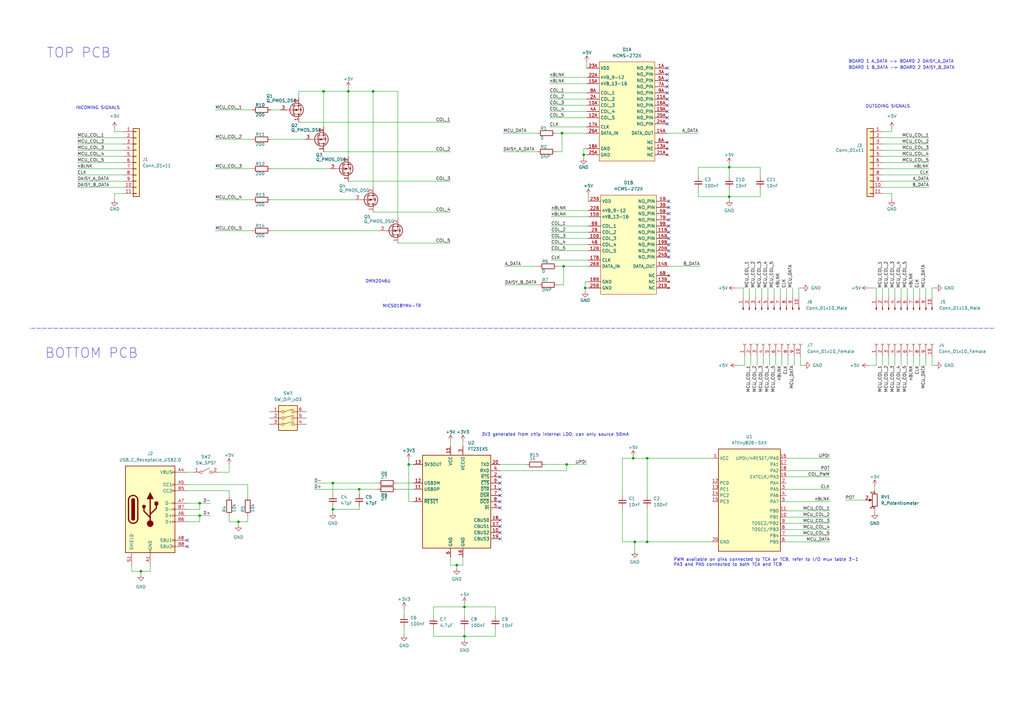
<source format=kicad_sch>
(kicad_sch (version 20211123) (generator eeschema)
  (paper "A3")
  (junction (at 265.43 187.96))
  (junction (at 260.35 222.25))
  (junction (at 231.14 109.22))
  (junction (at 147.32 200.66))
  (junction (at 57.785 234.315))
  (junction (at 259.715 187.96))
  (junction (at 232.41 190.5))
  (junction (at 240.03 118.11))
  (junction (at 190.5 260.985))
  (junction (at 299.085 80.645))
  (junction (at 187.325 231.775))
  (junction (at 132.715 37.465))
  (junction (at 136.525 208.915))
  (junction (at 167.64 190.5))
  (junction (at 81.915 211.455))
  (junction (at 230.505 54.61))
  (junction (at 299.085 68.58))
  (junction (at 265.43 222.25))
  (junction (at 153.035 37.465))
  (junction (at 97.79 213.995))
  (junction (at 142.875 37.465))
  (junction (at 239.395 63.5))
  (junction (at 190.5 248.92))
  (junction (at 136.525 198.12))
  (junction (at 81.915 206.375))
  (no_connect (at 205.105 198.12))
  (no_connect (at 205.105 213.36))
  (no_connect (at 205.105 195.58))
  (no_connect (at 205.105 203.2))
  (no_connect (at 205.105 208.28))
  (no_connect (at 273.685 33.02))
  (no_connect (at 273.685 48.26))
  (no_connect (at 273.685 35.56))
  (no_connect (at 274.32 102.87))
  (no_connect (at 274.32 105.41))
  (no_connect (at 274.32 100.33))
  (no_connect (at 274.32 95.25))
  (no_connect (at 274.32 82.55))
  (no_connect (at 274.32 92.71))
  (no_connect (at 274.32 87.63))
  (no_connect (at 274.32 85.09))
  (no_connect (at 274.32 97.79))
  (no_connect (at 274.32 90.17))
  (no_connect (at 273.685 45.72))
  (no_connect (at 273.685 27.94))
  (no_connect (at 273.685 38.1))
  (no_connect (at 273.685 43.18))
  (no_connect (at 205.105 220.98))
  (no_connect (at 205.105 200.66))
  (no_connect (at 273.685 40.64))
  (no_connect (at 273.685 30.48))
  (no_connect (at 76.835 224.155))
  (no_connect (at 76.835 221.615))
  (no_connect (at 205.105 205.74))
  (no_connect (at 273.685 50.8))
  (no_connect (at 205.105 215.9))
  (no_connect (at 205.105 218.44))
  (wire (pts (xy 46.99 53.975) (xy 46.99 52.705)))
  (wire (pts (xy 307.975 146.05) (xy 307.975 149.86)))
  (wire (pts (xy 57.785 234.315) (xy 61.595 234.315)))
  (wire (pts (xy 76.835 206.375) (xy 81.915 206.375)))
  (wire (pts (xy 274.32 109.22) (xy 287.02 109.22)))
  (wire (pts (xy 225.425 45.72) (xy 240.665 45.72)))
  (wire (pts (xy 163.195 99.695) (xy 184.785 99.695)))
  (wire (pts (xy 111.125 81.915) (xy 145.415 81.915)))
  (wire (pts (xy 322.58 222.25) (xy 340.36 222.25)))
  (wire (pts (xy 169.545 205.74) (xy 167.64 205.74)))
  (wire (pts (xy 381 66.675) (xy 361.95 66.675)))
  (wire (pts (xy 31.75 59.055) (xy 50.8 59.055)))
  (wire (pts (xy 46.99 79.375) (xy 50.8 79.375)))
  (wire (pts (xy 111.125 69.215) (xy 135.255 69.215)))
  (wire (pts (xy 136.525 208.915) (xy 136.525 210.185)))
  (wire (pts (xy 225.425 52.07) (xy 240.665 52.07)))
  (wire (pts (xy 228.6 109.22) (xy 231.14 109.22)))
  (wire (pts (xy 382.27 149.86) (xy 383.54 149.86)))
  (wire (pts (xy 177.8 260.985) (xy 190.5 260.985)))
  (wire (pts (xy 190.5 248.92) (xy 190.5 252.73)))
  (wire (pts (xy 383.54 118.11) (xy 382.27 118.11)))
  (wire (pts (xy 225.425 38.1) (xy 240.665 38.1)))
  (wire (pts (xy 255.27 187.96) (xy 255.27 203.2)))
  (wire (pts (xy 142.875 64.135) (xy 142.875 37.465)))
  (wire (pts (xy 322.58 219.71) (xy 340.36 219.71)))
  (wire (pts (xy 93.98 211.455) (xy 93.98 213.995)))
  (wire (pts (xy 142.875 37.465) (xy 153.035 37.465)))
  (wire (pts (xy 31.75 64.135) (xy 50.8 64.135)))
  (wire (pts (xy 382.27 118.11) (xy 382.27 121.92)))
  (wire (pts (xy 299.085 80.645) (xy 311.785 80.645)))
  (wire (pts (xy 132.715 37.465) (xy 132.715 52.07)))
  (wire (pts (xy 226.06 86.36) (xy 241.3 86.36)))
  (wire (pts (xy 265.43 222.25) (xy 292.1 222.25)))
  (wire (pts (xy 53.975 234.315) (xy 57.785 234.315)))
  (wire (pts (xy 184.785 228.6) (xy 184.785 231.775)))
  (wire (pts (xy 189.865 180.975) (xy 189.865 182.88)))
  (wire (pts (xy 305.435 149.86) (xy 302.26 149.86)))
  (wire (pts (xy 153.035 86.995) (xy 184.785 86.995)))
  (wire (pts (xy 374.65 121.92) (xy 374.65 118.11)))
  (wire (pts (xy 165.735 249.555) (xy 165.735 252.095)))
  (wire (pts (xy 228.6 116.84) (xy 231.14 116.84)))
  (wire (pts (xy 122.555 37.465) (xy 122.555 40.005)))
  (wire (pts (xy 230.505 54.61) (xy 240.665 54.61)))
  (wire (pts (xy 190.5 260.985) (xy 190.5 262.255)))
  (wire (pts (xy 31.75 61.595) (xy 50.8 61.595)))
  (wire (pts (xy 259.715 187.325) (xy 259.715 187.96)))
  (wire (pts (xy 361.95 146.05) (xy 361.95 149.86)))
  (wire (pts (xy 226.06 88.9) (xy 241.3 88.9)))
  (wire (pts (xy 177.8 257.81) (xy 177.8 260.985)))
  (wire (pts (xy 311.785 72.39) (xy 311.785 68.58)))
  (wire (pts (xy 128.905 200.66) (xy 147.32 200.66)))
  (wire (pts (xy 382.27 146.05) (xy 382.27 149.86)))
  (wire (pts (xy 111.125 45.085) (xy 114.935 45.085)))
  (wire (pts (xy 97.79 213.995) (xy 101.6 213.995)))
  (wire (pts (xy 322.58 121.92) (xy 322.58 118.11)))
  (wire (pts (xy 184.785 180.975) (xy 184.785 182.88)))
  (wire (pts (xy 207.01 116.84) (xy 220.98 116.84)))
  (wire (pts (xy 328.295 149.86) (xy 329.565 149.86)))
  (wire (pts (xy 359.41 121.92) (xy 359.41 118.11)))
  (wire (pts (xy 260.35 222.25) (xy 260.35 226.06)))
  (wire (pts (xy 314.96 121.92) (xy 314.96 118.11)))
  (wire (pts (xy 318.135 146.05) (xy 318.135 149.86)))
  (wire (pts (xy 81.915 206.375) (xy 86.36 206.375)))
  (wire (pts (xy 76.835 211.455) (xy 81.915 211.455)))
  (wire (pts (xy 240.03 118.11) (xy 240.03 119.38)))
  (wire (pts (xy 132.715 37.465) (xy 142.875 37.465)))
  (wire (pts (xy 230.505 62.23) (xy 230.505 54.61)))
  (wire (pts (xy 255.27 187.96) (xy 259.715 187.96)))
  (wire (pts (xy 299.085 68.58) (xy 286.385 68.58)))
  (wire (pts (xy 147.32 207.645) (xy 147.32 208.915)))
  (wire (pts (xy 147.32 200.66) (xy 154.94 200.66)))
  (wire (pts (xy 381 69.215) (xy 361.95 69.215)))
  (wire (pts (xy 88.265 69.215) (xy 103.505 69.215)))
  (wire (pts (xy 31.75 76.835) (xy 50.8 76.835)))
  (wire (pts (xy 369.57 146.05) (xy 369.57 149.86)))
  (wire (pts (xy 81.915 211.455) (xy 86.36 211.455)))
  (wire (pts (xy 81.915 211.455) (xy 81.915 213.995)))
  (wire (pts (xy 76.835 193.675) (xy 79.375 193.675)))
  (wire (pts (xy 207.01 109.22) (xy 220.98 109.22)))
  (wire (pts (xy 142.875 74.295) (xy 184.785 74.295)))
  (wire (pts (xy 304.8 121.92) (xy 304.8 118.11)))
  (wire (pts (xy 317.5 121.92) (xy 317.5 118.11)))
  (wire (pts (xy 299.085 77.47) (xy 299.085 80.645)))
  (wire (pts (xy 225.425 34.29) (xy 240.665 34.29)))
  (wire (pts (xy 111.125 94.615) (xy 155.575 94.615)))
  (wire (pts (xy 260.35 222.25) (xy 265.43 222.25)))
  (wire (pts (xy 322.58 195.58) (xy 340.36 195.58)))
  (wire (pts (xy 31.75 74.295) (xy 50.8 74.295)))
  (wire (pts (xy 53.975 231.775) (xy 53.975 234.315)))
  (wire (pts (xy 101.6 198.755) (xy 76.835 198.755)))
  (wire (pts (xy 312.42 121.92) (xy 312.42 118.11)))
  (wire (pts (xy 93.98 201.295) (xy 93.98 203.835)))
  (wire (pts (xy 88.265 45.085) (xy 103.505 45.085)))
  (wire (pts (xy 364.49 146.05) (xy 364.49 149.86)))
  (wire (pts (xy 162.56 198.12) (xy 169.545 198.12)))
  (wire (pts (xy 328.295 146.05) (xy 328.295 149.86)))
  (wire (pts (xy 190.5 257.81) (xy 190.5 260.985)))
  (wire (pts (xy 286.385 77.47) (xy 286.385 80.645)))
  (wire (pts (xy 325.755 146.05) (xy 325.755 149.86)))
  (wire (pts (xy 361.95 53.975) (xy 365.76 53.975)))
  (wire (pts (xy 304.8 118.11) (xy 301.625 118.11)))
  (wire (pts (xy 379.73 121.92) (xy 379.73 118.11)))
  (wire (pts (xy 231.14 109.22) (xy 241.3 109.22)))
  (wire (pts (xy 122.555 37.465) (xy 132.715 37.465)))
  (wire (pts (xy 369.57 121.92) (xy 369.57 118.11)))
  (wire (pts (xy 322.58 217.17) (xy 340.36 217.17)))
  (wire (pts (xy 88.265 57.15) (xy 103.505 57.15)))
  (wire (pts (xy 310.515 146.05) (xy 310.515 149.86)))
  (wire (pts (xy 231.14 116.84) (xy 231.14 109.22)))
  (wire (pts (xy 206.375 54.61) (xy 220.345 54.61)))
  (wire (pts (xy 379.73 146.05) (xy 379.73 149.86)))
  (wire (pts (xy 359.41 118.11) (xy 356.235 118.11)))
  (wire (pts (xy 320.04 121.92) (xy 320.04 118.11)))
  (wire (pts (xy 381 59.055) (xy 361.95 59.055)))
  (wire (pts (xy 88.265 94.615) (xy 103.505 94.615)))
  (wire (pts (xy 190.5 247.65) (xy 190.5 248.92)))
  (wire (pts (xy 372.11 146.05) (xy 372.11 149.86)))
  (wire (pts (xy 381 76.835) (xy 361.95 76.835)))
  (wire (pts (xy 313.055 146.05) (xy 313.055 149.86)))
  (wire (pts (xy 153.035 37.465) (xy 163.195 37.465)))
  (wire (pts (xy 225.425 40.64) (xy 240.665 40.64)))
  (wire (pts (xy 142.875 36.195) (xy 142.875 37.465)))
  (wire (pts (xy 205.105 190.5) (xy 215.9 190.5)))
  (wire (pts (xy 93.98 213.995) (xy 97.79 213.995)))
  (wire (pts (xy 169.545 190.5) (xy 167.64 190.5)))
  (wire (pts (xy 322.58 214.63) (xy 340.36 214.63)))
  (wire (pts (xy 223.52 190.5) (xy 232.41 190.5)))
  (wire (pts (xy 381 74.295) (xy 361.95 74.295)))
  (wire (pts (xy 226.06 106.68) (xy 241.3 106.68)))
  (wire (pts (xy 163.195 89.535) (xy 163.195 37.465)))
  (wire (pts (xy 101.6 213.995) (xy 101.6 211.455)))
  (wire (pts (xy 240.665 27.94) (xy 240.665 25.4)))
  (wire (pts (xy 167.64 188.595) (xy 167.64 190.5)))
  (wire (pts (xy 162.56 200.66) (xy 169.545 200.66)))
  (wire (pts (xy 97.79 213.995) (xy 97.79 215.265)))
  (wire (pts (xy 190.5 248.92) (xy 203.2 248.92)))
  (wire (pts (xy 381 61.595) (xy 361.95 61.595)))
  (wire (pts (xy 265.43 187.96) (xy 292.1 187.96)))
  (wire (pts (xy 381 64.135) (xy 361.95 64.135)))
  (wire (pts (xy 260.35 222.25) (xy 255.27 222.25)))
  (wire (pts (xy 227.965 54.61) (xy 230.505 54.61)))
  (wire (pts (xy 311.785 80.645) (xy 311.785 77.47)))
  (wire (pts (xy 136.525 198.12) (xy 154.94 198.12)))
  (wire (pts (xy 365.76 79.375) (xy 361.95 79.375)))
  (wire (pts (xy 299.085 80.645) (xy 299.085 81.915)))
  (wire (pts (xy 76.835 201.295) (xy 93.98 201.295)))
  (wire (pts (xy 320.675 146.05) (xy 320.675 149.86)))
  (wire (pts (xy 136.525 198.12) (xy 136.525 202.565)))
  (wire (pts (xy 226.06 92.71) (xy 241.3 92.71)))
  (wire (pts (xy 305.435 149.86) (xy 305.435 146.05)))
  (wire (pts (xy 358.775 208.915) (xy 358.775 210.185)))
  (wire (pts (xy 122.555 50.165) (xy 184.785 50.165)))
  (wire (pts (xy 225.425 31.75) (xy 240.665 31.75)))
  (wire (pts (xy 205.105 193.04) (xy 232.41 193.04)))
  (wire (pts (xy 315.595 146.05) (xy 315.595 149.86)))
  (wire (pts (xy 226.06 97.79) (xy 241.3 97.79)))
  (wire (pts (xy 226.06 95.25) (xy 241.3 95.25)))
  (wire (pts (xy 241.3 82.55) (xy 241.3 80.01)))
  (wire (pts (xy 147.32 200.66) (xy 147.32 202.565)))
  (wire (pts (xy 359.41 149.86) (xy 359.41 146.05)))
  (wire (pts (xy 377.19 146.05) (xy 377.19 149.86)))
  (wire (pts (xy 240.665 60.96) (xy 239.395 60.96)))
  (wire (pts (xy 203.2 260.985) (xy 203.2 257.81)))
  (wire (pts (xy 189.865 228.6) (xy 189.865 231.775)))
  (wire (pts (xy 322.58 205.74) (xy 340.36 205.74)))
  (wire (pts (xy 241.3 115.57) (xy 240.03 115.57)))
  (wire (pts (xy 322.58 187.96) (xy 340.36 187.96)))
  (wire (pts (xy 377.19 121.92) (xy 377.19 118.11)))
  (wire (pts (xy 240.665 63.5) (xy 239.395 63.5)))
  (wire (pts (xy 206.375 62.23) (xy 220.345 62.23)))
  (wire (pts (xy 76.835 213.995) (xy 81.915 213.995)))
  (wire (pts (xy 299.085 67.31) (xy 299.085 68.58)))
  (wire (pts (xy 365.76 81.915) (xy 365.76 79.375)))
  (wire (pts (xy 81.915 206.375) (xy 81.915 208.915)))
  (polyline (pts (xy 407.67 134.62) (xy 12.065 134.62)))
  (wire (pts (xy 239.395 63.5) (xy 239.395 64.77)))
  (wire (pts (xy 187.325 231.775) (xy 189.865 231.775)))
  (wire (pts (xy 255.27 208.28) (xy 255.27 222.25)))
  (wire (pts (xy 132.715 62.23) (xy 184.785 62.23)))
  (wire (pts (xy 50.8 53.975) (xy 46.99 53.975)))
  (wire (pts (xy 322.58 209.55) (xy 340.36 209.55)))
  (wire (pts (xy 328.93 118.11) (xy 327.66 118.11)))
  (wire (pts (xy 240.03 115.57) (xy 240.03 118.11)))
  (wire (pts (xy 381 56.515) (xy 361.95 56.515)))
  (wire (pts (xy 46.99 81.915) (xy 46.99 79.375)))
  (wire (pts (xy 361.95 121.92) (xy 361.95 118.11)))
  (wire (pts (xy 153.035 76.835) (xy 153.035 37.465)))
  (wire (pts (xy 265.43 208.28) (xy 265.43 222.25)))
  (wire (pts (xy 322.58 212.09) (xy 340.36 212.09)))
  (wire (pts (xy 165.735 257.175) (xy 165.735 260.35)))
  (wire (pts (xy 136.525 207.645) (xy 136.525 208.915)))
  (wire (pts (xy 367.03 121.92) (xy 367.03 118.11)))
  (wire (pts (xy 325.12 121.92) (xy 325.12 118.11)))
  (wire (pts (xy 327.66 118.11) (xy 327.66 121.92)))
  (wire (pts (xy 232.41 190.5) (xy 240.665 190.5)))
  (wire (pts (xy 265.43 187.96) (xy 265.43 203.2)))
  (wire (pts (xy 365.76 53.975) (xy 365.76 52.705)))
  (wire (pts (xy 61.595 234.315) (xy 61.595 231.775)))
  (wire (pts (xy 57.785 234.315) (xy 57.785 235.585)))
  (wire (pts (xy 239.395 60.96) (xy 239.395 63.5)))
  (wire (pts (xy 226.06 100.33) (xy 241.3 100.33)))
  (wire (pts (xy 111.125 57.15) (xy 125.095 57.15)))
  (wire (pts (xy 359.41 149.86) (xy 356.235 149.86)))
  (wire (pts (xy 190.5 248.92) (xy 177.8 248.92)))
  (wire (pts (xy 89.535 193.675) (xy 93.98 193.675)))
  (wire (pts (xy 286.385 68.58) (xy 286.385 72.39)))
  (wire (pts (xy 101.6 198.755) (xy 101.6 203.835)))
  (wire (pts (xy 184.785 231.775) (xy 187.325 231.775)))
  (wire (pts (xy 322.58 200.66) (xy 340.36 200.66)))
  (wire (pts (xy 190.5 260.985) (xy 203.2 260.985)))
  (wire (pts (xy 364.49 121.92) (xy 364.49 118.11)))
  (wire (pts (xy 232.41 190.5) (xy 232.41 193.04)))
  (wire (pts (xy 167.64 190.5) (xy 167.64 205.74)))
  (wire (pts (xy 177.8 248.92) (xy 177.8 252.73)))
  (wire (pts (xy 226.06 102.87) (xy 241.3 102.87)))
  (wire (pts (xy 227.965 62.23) (xy 230.505 62.23)))
  (wire (pts (xy 299.085 68.58) (xy 299.085 72.39)))
  (wire (pts (xy 225.425 43.18) (xy 240.665 43.18)))
  (wire (pts (xy 322.58 193.04) (xy 340.36 193.04)))
  (wire (pts (xy 81.915 208.915) (xy 76.835 208.915)))
  (wire (pts (xy 128.905 198.12) (xy 136.525 198.12)))
  (wire (pts (xy 367.03 146.05) (xy 367.03 149.86)))
  (wire (pts (xy 299.085 68.58) (xy 311.785 68.58)))
  (wire (pts (xy 346.71 205.105) (xy 354.965 205.105)))
  (wire (pts (xy 374.65 146.05) (xy 374.65 149.86)))
  (wire (pts (xy 88.265 81.915) (xy 103.505 81.915)))
  (wire (pts (xy 273.685 54.61) (xy 286.385 54.61)))
  (wire (pts (xy 358.775 199.39) (xy 358.775 201.295)))
  (wire (pts (xy 187.325 231.775) (xy 187.325 233.045)))
  (wire (pts (xy 31.75 71.755) (xy 50.8 71.755)))
  (wire (pts (xy 309.88 121.92) (xy 309.88 118.11)))
  (wire (pts (xy 31.75 56.515) (xy 50.8 56.515)))
  (wire (pts (xy 286.385 80.645) (xy 299.085 80.645)))
  (wire (pts (xy 259.715 187.96) (xy 265.43 187.96)))
  (wire (pts (xy 136.525 208.915) (xy 147.32 208.915)))
  (wire (pts (xy 372.11 121.92) (xy 372.11 118.11)))
  (wire (pts (xy 307.34 121.92) (xy 307.34 118.11)))
  (wire (pts (xy 203.2 252.73) (xy 203.2 248.92)))
  (wire (pts (xy 323.215 146.05) (xy 323.215 149.86)))
  (wire (pts (xy 31.75 66.675) (xy 50.8 66.675)))
  (wire (pts (xy 31.75 69.215) (xy 50.8 69.215)))
  (wire (pts (xy 241.3 118.11) (xy 240.03 118.11)))
  (wire (pts (xy 381 71.755) (xy 361.95 71.755)))
  (wire (pts (xy 93.98 190.5) (xy 93.98 193.675)))
  (wire (pts (xy 225.425 48.26) (xy 240.665 48.26)))
  (text "BOTTOM PCB" (at 18.415 147.32 0) (effects (font (size 4 4)) (justify left bottom)))
  (text "BOARD 1 A_DATA -> BOARD 2 DAISY_A_DATA" (at 347.98 26.035 0) (effects (font (size 1.27 1.27)) (justify left bottom)))
  (text "3V3 generated from chip internal LDO, can only source 50mA" (at 197.485 179.07 0) (effects (font (size 1.27 1.27)) (justify left bottom)))
  (text "BOARD 1 B_DATA -> BOARD 2 DAISY_B_DATA" (at 347.98 28.575 0) (effects (font (size 1.27 1.27)) (justify left bottom)))
  (text "PWM available on pins connected to TCA or TCB, refer to I/O mux table 3-1\nPA3 and PA5 connected to both TCA and TCB" (at 276.225 232.41 0) (effects (font (size 1.27 1.27)) (justify left bottom)))
  (text "INCOMING SIGNALS" (at 31.115 45.085 0) (effects (font (size 1.27 1.27)) (justify left bottom)))
  (text "MIC5018YM4-TR" (at 156.845 126.365 0) (effects (font (size 1.27 1.27)) (justify left bottom)))
  (text "OUTGOING SIGNALS" (at 354.965 44.45 0) (effects (font (size 1.27 1.27)) (justify left bottom)))
  (text "DMN2046U" (at 149.86 116.205 0) (effects (font (size 1.27 1.27)) (justify left bottom)))
  (text "TOP PCB" (at 19.05 24.13 0) (effects (font (size 4 4)) (justify left bottom)))
  (label "COL_2" (at 184.785 62.23 180))
  (label "DAISY_A_DATA" (at 206.375 62.23 0))
  (label "MCU_COL_3" (at 367.03 149.86 270))
  (label "MCU_COL_5" (at 317.5 118.11 90))
  (label "MCU_DATA" (at 340.36 222.25 180))
  (label "MCU_COL_5" (at 372.11 149.86 270))
  (label "nBLNK" (at 31.75 69.215 0))
  (label "A_DATA" (at 207.01 109.22 0))
  (label "MCU_DATA" (at 206.375 54.61 0))
  (label "MCU_COL_3" (at 367.03 118.11 90))
  (label "CLK" (at 226.06 106.68 0))
  (label "B_DATA" (at 381 76.835 180))
  (label "A_DATA" (at 286.385 54.61 180))
  (label "MCU_COL_4" (at 381 64.135 180))
  (label "MCU_COL_4" (at 369.57 118.11 90))
  (label "UPDI" (at 240.665 190.5 180))
  (label "COL_3" (at 225.425 43.18 0))
  (label "MCU_COL_3" (at 31.75 61.595 0))
  (label "DAISY_A_DATA" (at 31.75 74.295 0))
  (label "MCU_COL_3" (at 340.36 214.63 180))
  (label "CLK" (at 225.425 52.07 0))
  (label "A_DATA" (at 381 74.295 180))
  (label "CLK" (at 377.19 118.11 90))
  (label "MCU_COL_3" (at 313.055 149.86 270))
  (label "COL_3" (at 184.785 74.295 180))
  (label "MCU_COL_4" (at 31.75 64.135 0))
  (label "COL_5" (at 225.425 48.26 0))
  (label "MCU_COL_2" (at 381 59.055 180))
  (label "MCU_COL_4" (at 314.96 118.11 90))
  (label "MCU_COL_5" (at 88.265 94.615 0))
  (label "POT" (at 340.36 193.04 180))
  (label "D+" (at 128.905 200.66 0))
  (label "MCU_COL_4" (at 88.265 81.915 0))
  (label "MCU_COL_5" (at 31.75 66.675 0))
  (label "D-" (at 128.905 198.12 0))
  (label "UPDI" (at 340.36 187.96 180))
  (label "MCU_COL_2" (at 340.36 212.09 180))
  (label "COL_4" (at 225.425 45.72 0))
  (label "MCU_COL_3" (at 88.265 69.215 0))
  (label "B_DATA" (at 287.02 109.22 180))
  (label "COL_3" (at 226.06 97.79 0))
  (label "nBLNK" (at 225.425 34.29 0))
  (label "CLK" (at 381 71.755 180))
  (label "POT" (at 346.71 205.105 0))
  (label "MCU_COL_1" (at 307.975 149.86 270))
  (label "CLK" (at 322.58 118.11 90))
  (label "MCU_COL_1" (at 31.75 56.515 0))
  (label "MCU_COL_5" (at 372.11 118.11 90))
  (label "nBLNK" (at 225.425 31.75 0))
  (label "MCU_COL_4" (at 315.595 149.86 270))
  (label "MCU_COL_2" (at 310.515 149.86 270))
  (label "COL_1" (at 226.06 92.71 0))
  (label "MCU_COL_1" (at 361.95 149.86 270))
  (label "MCU_COL_2" (at 309.88 118.11 90))
  (label "COL_2" (at 226.06 95.25 0))
  (label "CLK" (at 31.75 71.755 0))
  (label "nBLNK" (at 374.65 118.11 90))
  (label "COL_PWM" (at 340.36 195.58 180))
  (label "nBLNK" (at 374.65 149.86 270))
  (label "MCU_COL_2" (at 31.75 59.055 0))
  (label "MCU_COL_5" (at 381 66.675 180))
  (label "MCU_COL_2" (at 364.49 149.86 270))
  (label "MCU_COL_3" (at 312.42 118.11 90))
  (label "CLK" (at 323.215 149.86 270))
  (label "MCU_COL_5" (at 340.36 219.71 180))
  (label "DAISY_B_DATA" (at 207.01 116.84 0))
  (label "MCU_COL_1" (at 361.95 118.11 90))
  (label "COL_5" (at 184.785 99.695 180))
  (label "MCU_COL_2" (at 88.265 57.15 0))
  (label "COL_2" (at 225.425 40.64 0))
  (label "MCU_COL_1" (at 307.34 118.11 90))
  (label "COL_1" (at 225.425 38.1 0))
  (label "MCU_COL_5" (at 318.135 149.86 270))
  (label "MCU_COL_2" (at 364.49 118.11 90))
  (label "CLK" (at 377.19 149.86 270))
  (label "D+" (at 86.36 211.455 180))
  (label "MCU_COL_1" (at 381 56.515 180))
  (label "nBLNK" (at 340.36 205.74 180))
  (label "MCU_DATA" (at 325.12 118.11 90))
  (label "MCU_COL_3" (at 381 61.595 180))
  (label "MCU_COL_4" (at 340.36 217.17 180))
  (label "CLK" (at 340.36 200.66 180))
  (label "MCU_COL_1" (at 88.265 45.085 0))
  (label "MCU_DATA" (at 379.73 149.86 270))
  (label "COL_4" (at 184.785 86.995 180))
  (label "MCU_DATA" (at 379.73 118.11 90))
  (label "nBLNK" (at 320.04 118.11 90))
  (label "MCU_COL_4" (at 369.57 149.86 270))
  (label "COL_1" (at 184.785 50.165 180))
  (label "COL_4" (at 226.06 100.33 0))
  (label "MCU_DATA" (at 325.755 149.86 270))
  (label "nBLNK" (at 320.675 149.86 270))
  (label "D-" (at 86.36 206.375 180))
  (label "MCU_COL_1" (at 340.36 209.55 180))
  (label "DAISY_B_DATA" (at 31.75 76.835 0))
  (label "nBLNK" (at 381 69.215 180))
  (label "nBLNK" (at 226.06 86.36 0))
  (label "nBLNK" (at 226.06 88.9 0))
  (label "COL_5" (at 226.06 102.87 0))
  (symbol (lib_id "Device:R") (at 224.155 54.61 270) (unit 1)
    (property "Reference" "R1" (at 221.615 53.34 90) (effects (justify left bottom)))
    (property "Value" "0" (at 221.615 55.88 90) (effects (justify left top)))
    (property "Footprint" "Resistor_SMD:R_0603_1608Metric" (effects hide))
  )
  (symbol (lib_id "Device:R") (at 107.315 45.085 270) (unit 1)
    (property "Reference" "R10" (at 104.775 43.815 90) (effects (justify left bottom)))
    (property "Value" "200" (at 104.775 46.355 90) (effects (justify left top)))
    (property "Footprint" "Resistor_SMD:R_0603_1608Metric" (effects hide))
  )
  (symbol (lib_id "power:+3.3V") (at 189.865 180.975 0) (unit 1)
    (property "Reference" "#PWR0125" (effects hide))
    (property "Value" "+3.3V" (at 189.865 177.165 0))
  )
  (symbol (lib_id "power:GND") (at 97.79 215.265 0) (unit 1)
    (property "Reference" "#PWR0103" (effects hide))
    (property "Value" "GND" (at 97.79 220.345 0))
  )
  (symbol (lib_id "Device:R_Potentiometer") (at 358.775 205.105 0) (mirror y) (unit 1)
    (property "Reference" "RV1" (at 361.315 203.8349 0) (effects (justify right)))
    (property "Value" "R_Potentiometer" (at 361.315 206.3749 0) (effects (justify right)))
    (property "Footprint" "hcms:TRIM_3352T-1-201LF" (effects hide))
    (property "DPN" " " (at 370.205 208.915 0))
    (property "PN" "3352T-1-503LF" (effects hide))
  )
  (symbol (lib_id "power:GND") (at 239.395 64.77 0) (unit 1)
    (property "Reference" "#PWR0111" (effects hide))
    (property "Value" "GND" (at 239.395 68.58 0))
  )
  (symbol (lib_id "Device:R") (at 101.6 207.645 0) (unit 1)
    (property "Reference" "R5" (at 100.33 210.185 90) (effects (justify left bottom)))
    (property "Value" "10k" (at 102.87 210.185 90) (effects (justify left top)))
    (property "Footprint" "Resistor_SMD:R_0603_1608Metric" (effects hide))
  )
  (symbol (lib_id "power:+5V") (at 241.3 80.01 0) (unit 1)
    (property "Reference" "#PWR0115" (effects hide))
    (property "Value" "+5V" (at 241.3 76.2 0))
  )
  (symbol (lib_id "Interface_USB:FT231XS") (at 187.325 205.74 0) (unit 1)
    (property "Reference" "U2" (at 191.8844 181.61 0) (effects (justify left)))
    (property "Value" "FT231XS" (at 191.8844 184.15 0) (effects (justify left)))
    (property "Footprint" "Package_SO:SSOP-20_3.9x8.7mm_P0.635mm" (effects hide))
    (property "Datasheet" "https://www.ftdichip.com/Support/Documents/DataSheets/ICs/DS_FT231X.pdf" (effects hide))
    (property "PN" "FT231XS-U" (effects hide))
  )
  (symbol (lib_id "power:+5V") (at 142.875 36.195 0) (unit 1)
    (property "Reference" "#PWR0118" (effects hide))
    (property "Value" "+5V" (at 142.875 32.385 0))
  )
  (symbol (lib_id "power:GND") (at 299.085 81.915 0) (unit 1)
    (property "Reference" "#PWR07" (effects hide))
    (property "Value" "GND" (at 299.085 86.36 0))
  )
  (symbol (lib_id "power:+5V") (at 184.785 180.975 0) (unit 1)
    (property "Reference" "#PWR0126" (effects hide))
    (property "Value" "+5V" (at 184.785 177.165 0))
  )
  (symbol (lib_id "Device:R") (at 224.79 116.84 270) (unit 1)
    (property "Reference" "R7" (at 222.25 115.57 90) (effects (justify left bottom)))
    (property "Value" "DNP" (at 222.25 118.11 90) (effects (justify left top)))
    (property "Footprint" "Resistor_SMD:R_0603_1608Metric" (effects hide))
  )
  (symbol (lib_id "power:GND") (at 187.325 233.045 0) (unit 1)
    (property "Reference" "#PWR0124" (effects hide))
    (property "Value" "GND" (at 187.325 237.49 0))
  )
  (symbol (lib_id "power:GND") (at 365.76 81.915 0) (mirror y) (unit 1)
    (property "Reference" "#PWR0116" (effects hide))
    (property "Value" "GND" (at 365.76 85.725 0))
  )
  (symbol (lib_id "Connector:Conn_01x10_Male") (at 369.57 127 90) (unit 1)
    (property "Reference" "J5" (at 386.715 123.825 90))
    (property "Value" "Conn_01x10_Male" (at 393.7 126.365 90))
    (property "Footprint" "Connector_PinHeader_2.54mm:PinHeader_1x10_P2.54mm_Vertical" (effects hide))
  )
  (symbol (lib_id "Device:C_Small") (at 203.2 255.27 0) (unit 1)
    (property "Reference" "C9" (at 205.74 254.0062 0) (effects (justify left)))
    (property "Value" "10nF" (at 205.74 256.5462 0) (effects (justify left)))
    (property "Footprint" "Capacitor_SMD:C_0603_1608Metric" (effects hide))
  )
  (symbol (lib_id "Device:C_Small") (at 286.385 74.93 0) (unit 1)
    (property "Reference" "C3" (at 288.925 73.6662 0) (effects (justify left)))
    (property "Value" "100nF" (at 288.925 76.2062 0) (effects (justify left)))
    (property "Footprint" "Capacitor_SMD:C_0603_1608Metric" (effects hide))
  )
  (symbol (lib_id "Device:C_Small") (at 311.785 74.93 0) (unit 1)
    (property "Reference" "C11" (at 314.325 73.6662 0) (effects (justify left)))
    (property "Value" "10nF" (at 314.325 76.2062 0) (effects (justify left)))
    (property "Footprint" "Capacitor_SMD:C_0603_1608Metric" (effects hide))
  )
  (symbol (lib_id "Device:R") (at 224.155 62.23 270) (unit 1)
    (property "Reference" "R2" (at 221.615 60.96 90) (effects (justify left bottom)))
    (property "Value" "DNP" (at 221.615 63.5 90) (effects (justify left top)))
    (property "Footprint" "Resistor_SMD:R_0603_1608Metric" (effects hide))
  )
  (symbol (lib_id "power:+5V") (at 302.26 149.86 90) (mirror x) (unit 1)
    (property "Reference" "#PWR02" (effects hide))
    (property "Value" "+5V" (at 296.545 149.86 90))
  )
  (symbol (lib_id "power:+3.3V") (at 165.735 249.555 0) (unit 1)
    (property "Reference" "#PWR0120" (effects hide))
    (property "Value" "+3.3V" (at 165.735 245.745 0))
  )
  (symbol (lib_id "Device:C_Small") (at 190.5 255.27 0) (unit 1)
    (property "Reference" "C8" (at 193.04 254.0062 0) (effects (justify left)))
    (property "Value" "100nF" (at 193.04 256.5462 0) (effects (justify left)))
    (property "Footprint" "Capacitor_SMD:C_0603_1608Metric" (effects hide))
  )
  (symbol (lib_id "power:GND") (at 190.5 262.255 0) (unit 1)
    (property "Reference" "#PWR0121" (effects hide))
    (property "Value" "GND" (at 190.5 266.7 0))
  )
  (symbol (lib_id "power:GND") (at 358.775 210.185 0) (unit 1)
    (property "Reference" "#PWR0104" (effects hide))
    (property "Value" "GND" (at 358.775 214.63 0))
  )
  (symbol (lib_id "Connector_Generic:Conn_01x11") (at 356.87 66.675 0) (mirror y) (unit 1)
    (property "Reference" "J3" (at 352.425 59.69 0))
    (property "Value" "Conn_01x11" (at 348.615 61.595 0))
    (property "Footprint" "hcms:output board to board con" (effects hide))
  )
  (symbol (lib_id "Device:R") (at 107.315 81.915 270) (unit 1)
    (property "Reference" "R13" (at 104.775 80.645 90) (effects (justify left bottom)))
    (property "Value" "200" (at 104.775 83.185 90) (effects (justify left top)))
    (property "Footprint" "Resistor_SMD:R_0603_1608Metric" (effects hide))
  )
  (symbol (lib_id "Device:C_Small") (at 165.735 254.635 0) (unit 1)
    (property "Reference" "C6" (at 168.275 253.3712 0) (effects (justify left)))
    (property "Value" "100nF" (at 168.275 255.9112 0) (effects (justify left)))
    (property "Footprint" "Capacitor_SMD:C_0603_1608Metric" (effects hide))
  )
  (symbol (lib_id "Connector:USB_C_Receptacle_USB2.0") (at 61.595 208.915 0) (unit 1)
    (property "Reference" "J2" (at 61.595 186.055 0))
    (property "Value" "USB_C_Receptacle_USB2.0" (at 61.595 188.595 0))
    (property "Footprint" "hcms:213716-0001" (effects hide))
    (property "Datasheet" "https://www.usb.org/sites/default/files/documents/usb_type-c.zip" (effects hide))
    (property "PN" "213716-0001" (effects hide))
  )
  (symbol (lib_id "Device:R") (at 158.75 200.66 270) (unit 1)
    (property "Reference" "R9" (at 156.21 203.835 90) (effects (justify left bottom)))
    (property "Value" "27" (at 156.21 203.835 90) (effects (justify left top)))
    (property "Footprint" "Resistor_SMD:R_0603_1608Metric" (effects hide))
  )
  (symbol (lib_id "power:+5V") (at 46.99 52.705 0) (unit 1)
    (property "Reference" "#PWR0109" (effects hide))
    (property "Value" "+5V" (at 46.99 47.625 0))
  )
  (symbol (lib_id "power:+5V") (at 240.665 25.4 0) (unit 1)
    (property "Reference" "#PWR0112" (effects hide))
    (property "Value" "+5V" (at 240.665 21.59 0))
  )
  (symbol (lib_id "hcms_dot_display:HCMS-272X") (at 245.745 66.04 0) (unit 1)
    (property "Reference" "D1" (at 257.175 20.32 0))
    (property "Value" "HCMS-272X" (at 257.175 22.86 0))
    (property "Footprint" "hcms:HCMS-2722" (effects hide))
    (property "Datasheet" "https://www.datasheets360.com/pdf/9001242893375780333" (effects hide))
    (property "PN" "HCMS-2722" (effects hide))
  )
  (symbol (lib_id "power:+5V") (at 356.235 118.11 90) (mirror x) (unit 1)
    (property "Reference" "#PWR08" (effects hide))
    (property "Value" "+5V" (at 351.155 118.11 90))
  )
  (symbol (lib_id "power:GND") (at 328.93 118.11 90) (unit 1)
    (property "Reference" "#PWR09" (effects hide))
    (property "Value" "GND" (at 334.645 118.11 90))
  )
  (symbol (lib_id "power:GND") (at 165.735 260.35 0) (unit 1)
    (property "Reference" "#PWR0119" (effects hide))
    (property "Value" "GND" (at 165.735 264.795 0))
  )
  (symbol (lib_id "Device:R") (at 93.98 207.645 0) (unit 1)
    (property "Reference" "R4" (at 92.71 210.185 90) (effects (justify left bottom)))
    (property "Value" "10k" (at 95.25 210.185 90) (effects (justify left top)))
    (property "Footprint" "Resistor_SMD:R_0603_1608Metric" (effects hide))
  )
  (symbol (lib_id "Switch:SW_SPST") (at 84.455 193.675 0) (unit 1)
    (property "Reference" "SW2" (at 84.455 187.325 0))
    (property "Value" "SW_SPST" (at 84.455 189.865 0))
    (property "Footprint" "Button_Switch_SMD:SW_DIP_SPSTx03_Slide_KingTek_DSHP03TS_W7.62mm_P1.27mm" (effects hide))
  )
  (symbol (lib_id "Device:R") (at 219.71 190.5 270) (unit 1)
    (property "Reference" "R15" (at 217.17 187.325 90) (effects (justify left bottom)))
    (property "Value" "1k" (at 217.17 187.325 90) (effects (justify left top)))
    (property "Footprint" "Resistor_SMD:R_0603_1608Metric" (effects hide))
  )
  (symbol (lib_id "Device:C_Small") (at 265.43 205.74 0) (unit 1)
    (property "Reference" "C2" (at 267.97 204.4762 0) (effects (justify left)))
    (property "Value" "100nF" (at 267.97 207.0162 0) (effects (justify left)))
    (property "Footprint" "Capacitor_SMD:C_0603_1608Metric" (effects hide))
  )
  (symbol (lib_id "power:+5V") (at 190.5 247.65 0) (unit 1)
    (property "Reference" "#PWR0122" (effects hide))
    (property "Value" "+5V" (at 190.5 243.84 0))
  )
  (symbol (lib_id "power:+5V") (at 358.775 199.39 0) (unit 1)
    (property "Reference" "#PWR0105" (effects hide))
    (property "Value" "+5V" (at 358.775 195.58 0))
  )
  (symbol (lib_id "Connector:Conn_01x10_Female") (at 315.595 140.97 90) (unit 1)
    (property "Reference" "J7" (at 333.375 141.605 90) (effects (justify left)))
    (property "Value" "Conn_01x10_Female" (at 350.52 144.145 90) (effects (justify left)))
    (property "Footprint" "Connector_PinHeader_2.54mm:PinHeader_1x10_P2.54mm_Vertical" (effects hide))
  )
  (symbol (lib_id "power:GND") (at 136.525 210.185 0) (unit 1)
    (property "Reference" "#PWR0113" (effects hide))
    (property "Value" "GND" (at 136.525 214.63 0))
  )
  (symbol (lib_id "power:GND") (at 46.99 81.915 0) (unit 1)
    (property "Reference" "#PWR0110" (effects hide))
    (property "Value" "GND" (at 46.99 85.725 0))
  )
  (symbol (lib_id "power:+5V") (at 299.085 67.31 0) (unit 1)
    (property "Reference" "#PWR05" (effects hide))
    (property "Value" "+5V" (at 299.085 63.5 0))
  )
  (symbol (lib_id "Device:C_Small") (at 255.27 205.74 0) (unit 1)
    (property "Reference" "C1" (at 257.81 204.4762 0) (effects (justify left)))
    (property "Value" "10nF" (at 257.81 207.0162 0) (effects (justify left)))
    (property "Footprint" "Capacitor_SMD:C_0603_1608Metric" (effects hide))
  )
  (symbol (lib_id "Device:C_Small") (at 177.8 255.27 0) (unit 1)
    (property "Reference" "C7" (at 180.34 254.0062 0) (effects (justify left)))
    (property "Value" "4.7uF" (at 180.34 256.5462 0) (effects (justify left)))
    (property "Footprint" "Capacitor_SMD:C_0603_1608Metric" (effects hide))
  )
  (symbol (lib_id "power:+3.3V") (at 167.64 188.595 0) (unit 1)
    (property "Reference" "#PWR0123" (effects hide))
    (property "Value" "+3.3V" (at 167.64 184.785 0))
  )
  (symbol (lib_id "Device:R") (at 107.315 94.615 270) (unit 1)
    (property "Reference" "R14" (at 104.775 93.345 90) (effects (justify left bottom)))
    (property "Value" "200" (at 104.775 95.885 90) (effects (justify left top)))
    (property "Footprint" "Resistor_SMD:R_0603_1608Metric" (effects hide))
  )
  (symbol (lib_id "Switch:SW_DIP_x03") (at 118.11 173.99 0) (unit 1)
    (property "Reference" "SW?" (at 118.11 161.29 0))
    (property "Value" "SW_DIP_x03" (at 118.11 163.83 0))
  )
  (symbol (lib_id "Device:R") (at 158.75 198.12 270) (unit 1)
    (property "Reference" "R8" (at 156.21 194.945 90) (effects (justify left bottom)))
    (property "Value" "27" (at 156.21 194.945 90) (effects (justify left top)))
    (property "Footprint" "Resistor_SMD:R_0603_1608Metric" (effects hide))
  )
  (symbol (lib_id "power:GND") (at 383.54 118.11 90) (unit 1)
    (property "Reference" "#PWR06" (effects hide))
    (property "Value" "GND" (at 389.255 118.11 90))
  )
  (symbol (lib_id "Device:C_Small") (at 147.32 205.105 0) (unit 1)
    (property "Reference" "C5" (at 149.86 203.8412 0) (effects (justify left)))
    (property "Value" "47pF" (at 149.86 206.3812 0) (effects (justify left)))
    (property "Footprint" "Capacitor_SMD:C_0603_1608Metric" (effects hide))
  )
  (symbol (lib_id "power:GND") (at 329.565 149.86 90) (unit 1)
    (property "Reference" "#PWR010" (effects hide))
    (property "Value" "GND" (at 335.28 149.86 90))
  )
  (symbol (lib_id "Connector_Generic:Conn_01x11") (at 55.88 66.675 0) (unit 1)
    (property "Reference" "J1" (at 58.42 65.4049 0) (effects (justify left)))
    (property "Value" "Conn_01x11" (at 58.42 67.9449 0) (effects (justify left)))
    (property "Footprint" "hcms:input board to board con" (effects hide))
  )
  (symbol (lib_name "HCMS-272X_1") (lib_id "hcms_dot_display:HCMS-272X") (at 246.38 120.65 0) (unit 2)
    (property "Reference" "D1" (at 257.81 74.93 0))
    (property "Value" "HCMS-272X" (at 257.81 77.47 0))
    (property "Footprint" "hcms:HCMS-2722" (effects hide))
    (property "PN" "HCMS-2722" (effects hide))
  )
  (symbol (lib_id "power:GND") (at 57.785 235.585 0) (unit 1)
    (property "Reference" "#PWR0101" (effects hide))
    (property "Value" "GND" (at 57.785 240.665 0))
  )
  (symbol (lib_id "Device:Q_PMOS_DSG") (at 130.175 57.15 0) (mirror x) (unit 1)
    (property "Reference" "Q2" (at 119.38 51.435 0) (effects (justify left)))
    (property "Value" "Q_PMOS_DSG" (at 119.38 53.34 0) (effects (justify left)))
    (property "Footprint" "Package_TO_SOT_SMD:SOT-23" (effects hide))
    (property "PN" "DMP3099L-13" (effects hide))
  )
  (symbol (lib_id "Connector:Conn_01x10_Female") (at 369.57 140.97 90) (unit 1)
    (property "Reference" "J4" (at 387.35 141.605 90) (effects (justify left)))
    (property "Value" "Conn_01x10_Female" (at 404.495 144.145 90) (effects (justify left)))
    (property "Footprint" "Connector_PinHeader_2.54mm:PinHeader_1x10_P2.54mm_Vertical" (effects hide))
  )
  (symbol (lib_id "Device:Q_PMOS_DSG") (at 120.015 45.085 0) (mirror x) (unit 1)
    (property "Reference" "Q1" (at 109.22 39.37 0) (effects (justify left)))
    (property "Value" "Q_PMOS_DSG" (at 109.22 41.275 0) (effects (justify left)))
    (property "Footprint" "Package_TO_SOT_SMD:SOT-23" (effects hide))
    (property "PN" "DMP3099L-13" (effects hide))
  )
  (symbol (lib_id "Device:C_Small") (at 136.525 205.105 0) (unit 1)
    (property "Reference" "C4" (at 139.7 203.8412 0) (effects (justify left)))
    (property "Value" "47pF" (at 139.7 206.3812 0) (effects (justify left)))
    (property "Footprint" "Capacitor_SMD:C_0603_1608Metric" (effects hide))
  )
  (symbol (lib_id "power:+5V") (at 301.625 118.11 90) (mirror x) (unit 1)
    (property "Reference" "#PWR01" (effects hide))
    (property "Value" "+5V" (at 296.545 118.11 90))
  )
  (symbol (lib_id "Device:Q_PMOS_DSG") (at 160.655 94.615 0) (mirror x) (unit 1)
    (property "Reference" "Q5" (at 149.225 88.9 0) (effects (justify left)))
    (property "Value" "Q_PMOS_DSG" (at 149.225 90.805 0) (effects (justify left)))
    (property "Footprint" "Package_TO_SOT_SMD:SOT-23" (effects hide))
    (property "PN" "DMP3099L-13" (effects hide))
  )
  (symbol (lib_id "Device:R") (at 224.79 109.22 270) (unit 1)
    (property "Reference" "R6" (at 222.25 107.95 90) (effects (justify left bottom)))
    (property "Value" "0" (at 222.25 110.49 90) (effects (justify left top)))
    (property "Footprint" "Resistor_SMD:R_0603_1608Metric" (effects hide))
  )
  (symbol (lib_id "power:+5V") (at 356.235 149.86 90) (mirror x) (unit 1)
    (property "Reference" "#PWR03" (effects hide))
    (property "Value" "+5V" (at 350.52 149.86 90))
  )
  (symbol (lib_id "power:+5V") (at 93.98 190.5 0) (unit 1)
    (property "Reference" "#PWR0102" (effects hide))
    (property "Value" "+5V" (at 93.98 186.69 0))
  )
  (symbol (lib_id "hcms_dot_display:ATtiny826-SXX") (at 307.34 205.74 0) (unit 1)
    (property "Reference" "U1" (at 307.34 179.07 0))
    (property "Value" "ATtiny826-SXX" (at 307.34 181.61 0))
    (property "Footprint" "Package_SO:SOIC-20W_7.5x12.8mm_P1.27mm" (effects hide))
    (property "Datasheet" "https://ww1.microchip.com/downloads/en/DeviceDoc/ATtiny424-426-427-824-826-827-DataSheet-DS40002311A.pdf" (effects hide))
  )
  (symbol (lib_id "Device:Q_PMOS_DSG") (at 140.335 69.215 0) (mirror x) (unit 1)
    (property "Reference" "Q3" (at 129.54 63.5 0) (effects (justify left)))
    (property "Value" "Q_PMOS_DSG" (at 129.54 65.405 0) (effects (justify left)))
    (property "Footprint" "Package_TO_SOT_SMD:SOT-23" (effects hide))
    (property "PN" "DMP3099L-13" (effects hide))
  )
  (symbol (lib_id "power:GND") (at 240.03 119.38 0) (unit 1)
    (property "Reference" "#PWR0114" (effects hide))
    (property "Value" "GND" (at 240.03 123.19 0))
  )
  (symbol (lib_id "Device:C_Small") (at 299.085 74.93 0) (unit 1)
    (property "Reference" "C10" (at 301.625 73.6662 0) (effects (justify left)))
    (property "Value" "10nF" (at 301.625 76.2062 0) (effects (justify left)))
    (property "Footprint" "Capacitor_SMD:C_0603_1608Metric" (effects hide))
  )
  (symbol (lib_id "Device:Q_PMOS_DSG") (at 150.495 81.915 0) (mirror x) (unit 1)
    (property "Reference" "Q4" (at 139.065 76.2 0) (effects (justify left)))
    (property "Value" "Q_PMOS_DSG" (at 139.065 78.105 0) (effects (justify left)))
    (property "Footprint" "Package_TO_SOT_SMD:SOT-23" (effects hide))
    (property "PN" "DMP3099L-13" (effects hide))
  )
  (symbol (lib_id "power:+5V") (at 365.76 52.705 0) (mirror y) (unit 1)
    (property "Reference" "#PWR0117" (effects hide))
    (property "Value" "+5V" (at 365.76 47.625 0))
  )
  (symbol (lib_id "Device:R") (at 107.315 69.215 270) (unit 1)
    (property "Reference" "R12" (at 104.775 67.945 90) (effects (justify left bottom)))
    (property "Value" "200" (at 104.775 70.485 90) (effects (justify left top)))
    (property "Footprint" "Resistor_SMD:R_0603_1608Metric" (effects hide))
  )
  (symbol (lib_id "power:GND") (at 383.54 149.86 90) (unit 1)
    (property "Reference" "#PWR04" (effects hide))
    (property "Value" "GND" (at 389.255 149.86 90))
  )
  (symbol (lib_id "power:GND") (at 260.35 226.06 0) (unit 1)
    (property "Reference" "#PWR0108" (effects hide))
    (property "Value" "GND" (at 260.35 230.505 0))
  )
  (symbol (lib_id "power:+5V") (at 259.715 187.325 0) (unit 1)
    (property "Reference" "#PWR0107" (effects hide))
    (property "Value" "+5V" (at 259.715 183.515 0))
  )
  (symbol (lib_id "Device:R") (at 107.315 57.15 270) (unit 1)
    (property "Reference" "R11" (at 104.775 55.88 90) (effects (justify left bottom)))
    (property "Value" "200" (at 104.775 58.42 90) (effects (justify left top)))
    (property "Footprint" "Resistor_SMD:R_0603_1608Metric" (effects hide))
  )
  (symbol (lib_id "Connector:Conn_01x10_Male") (at 314.96 127 90) (unit 1)
    (property "Reference" "J6" (at 332.105 123.825 90))
    (property "Value" "Conn_01x10_Male" (at 339.09 126.365 90))
    (property "Footprint" "Connector_PinHeader_2.54mm:PinHeader_1x10_P2.54mm_Vertical" (effects hide))
  )
)
</source>
